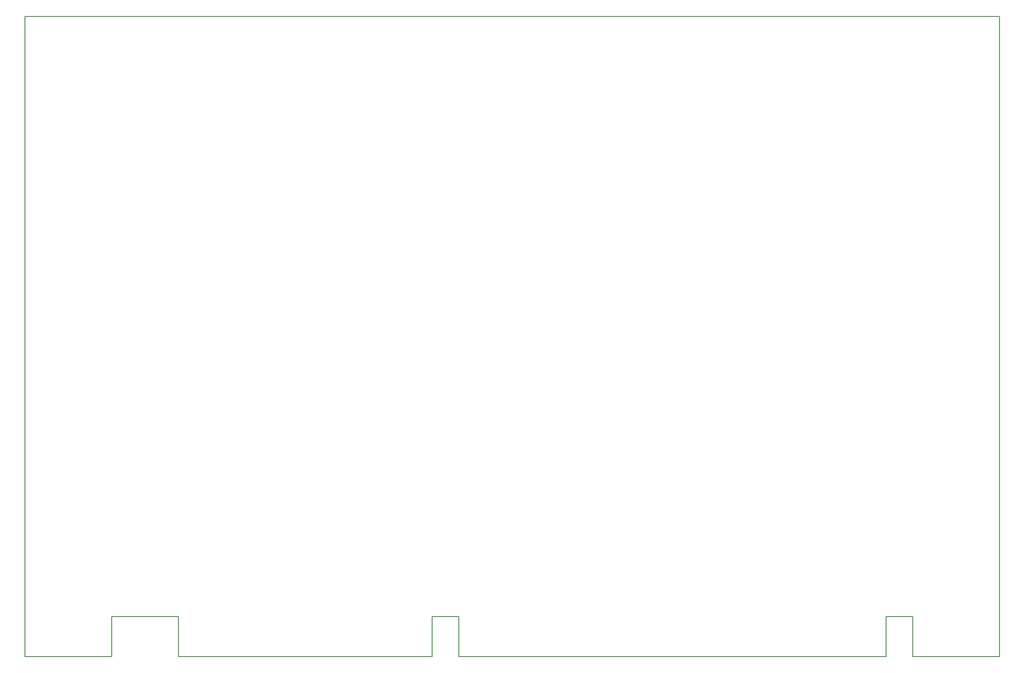
<source format=gbr>
G04 #@! TF.FileFunction,Profile,NP*
%FSLAX46Y46*%
G04 Gerber Fmt 4.6, Leading zero omitted, Abs format (unit mm)*
G04 Created by KiCad (PCBNEW 4.0.7) date 03/09/19 17:14:33*
%MOMM*%
%LPD*%
G01*
G04 APERTURE LIST*
%ADD10C,0.100000*%
%ADD11C,0.150000*%
G04 APERTURE END LIST*
D10*
D11*
X173990000Y-182880000D02*
X190500000Y-182880000D01*
X173990000Y-60960000D02*
X173990000Y-182880000D01*
X359410000Y-60960000D02*
X173990000Y-60960000D01*
X256540000Y-182880000D02*
X337820000Y-182880000D01*
X256540000Y-175260000D02*
X256540000Y-182880000D01*
X251460000Y-175260000D02*
X256540000Y-175260000D01*
X251460000Y-182880000D02*
X251460000Y-175260000D01*
X203200000Y-182880000D02*
X251460000Y-182880000D01*
X203200000Y-175260000D02*
X203200000Y-182880000D01*
X190500000Y-175260000D02*
X203200000Y-175260000D01*
X190500000Y-182880000D02*
X190500000Y-175260000D01*
X359410000Y-182880000D02*
X359410000Y-60960000D01*
X342900000Y-182880000D02*
X359410000Y-182880000D01*
X342900000Y-175260000D02*
X342900000Y-182880000D01*
X337820000Y-175260000D02*
X342900000Y-175260000D01*
X337820000Y-182880000D02*
X337820000Y-175260000D01*
M02*

</source>
